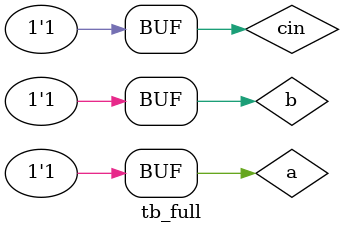
<source format=sv>
`timescale 1ns / 1ps



module tb_full; 
   
   
    logic a, b, cin, sum, carry;
    FULL_ADD FA(.a(a), .b(b), .cin(cin), .sum(sum), .carry(carry));
    initial begin
    
        a = 1'b0; b = 1'b0; cin = 1'b0; #5;        a = 1'b0; b = 1'b0; cin = 1'b1; #5;
        a = 1'b0; b = 1'b1; cin = 1'b0; #5;        a = 1'b0; b = 1'b1; cin = 1'b1; #5;
        a = 1'b1; b = 1'b0; cin = 1'b0; #5;        a = 1'b1; b = 1'b0; cin = 1'b1; #5;
        a = 1'b1; b = 1'b1; cin = 1'b0; #5;        a = 1'b1; b = 1'b1; cin = 1'b1; #5;
end

endmodule   


</source>
